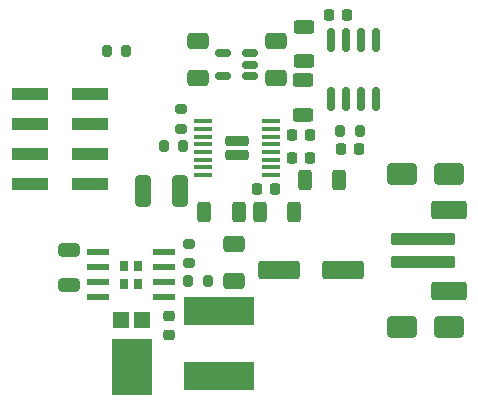
<source format=gtp>
G04 #@! TF.GenerationSoftware,KiCad,Pcbnew,(7.0.0)*
G04 #@! TF.CreationDate,2023-04-27T00:17:56+08:00*
G04 #@! TF.ProjectId,DRV-24to12-BrushedMotorDriver,4452562d-3234-4746-9f31-322d42727573,rev?*
G04 #@! TF.SameCoordinates,Original*
G04 #@! TF.FileFunction,Paste,Top*
G04 #@! TF.FilePolarity,Positive*
%FSLAX46Y46*%
G04 Gerber Fmt 4.6, Leading zero omitted, Abs format (unit mm)*
G04 Created by KiCad (PCBNEW (7.0.0)) date 2023-04-27 00:17:56*
%MOMM*%
%LPD*%
G01*
G04 APERTURE LIST*
G04 Aperture macros list*
%AMRoundRect*
0 Rectangle with rounded corners*
0 $1 Rounding radius*
0 $2 $3 $4 $5 $6 $7 $8 $9 X,Y pos of 4 corners*
0 Add a 4 corners polygon primitive as box body*
4,1,4,$2,$3,$4,$5,$6,$7,$8,$9,$2,$3,0*
0 Add four circle primitives for the rounded corners*
1,1,$1+$1,$2,$3*
1,1,$1+$1,$4,$5*
1,1,$1+$1,$6,$7*
1,1,$1+$1,$8,$9*
0 Add four rect primitives between the rounded corners*
20,1,$1+$1,$2,$3,$4,$5,0*
20,1,$1+$1,$4,$5,$6,$7,0*
20,1,$1+$1,$6,$7,$8,$9,0*
20,1,$1+$1,$8,$9,$2,$3,0*%
G04 Aperture macros list end*
%ADD10R,3.150000X1.000000*%
%ADD11RoundRect,0.250000X-0.312500X-0.625000X0.312500X-0.625000X0.312500X0.625000X-0.312500X0.625000X0*%
%ADD12RoundRect,0.250000X0.625000X-0.312500X0.625000X0.312500X-0.625000X0.312500X-0.625000X-0.312500X0*%
%ADD13RoundRect,0.250000X-2.500000X0.250000X-2.500000X-0.250000X2.500000X-0.250000X2.500000X0.250000X0*%
%ADD14RoundRect,0.250000X-1.250000X0.550000X-1.250000X-0.550000X1.250000X-0.550000X1.250000X0.550000X0*%
%ADD15R,1.910000X0.610000*%
%ADD16R,0.723000X0.930000*%
%ADD17R,3.360000X4.860000*%
%ADD18R,1.390000X1.400000*%
%ADD19RoundRect,0.250000X-1.000000X-0.650000X1.000000X-0.650000X1.000000X0.650000X-1.000000X0.650000X0*%
%ADD20RoundRect,0.225000X0.225000X0.250000X-0.225000X0.250000X-0.225000X-0.250000X0.225000X-0.250000X0*%
%ADD21RoundRect,0.200000X-0.200000X-0.275000X0.200000X-0.275000X0.200000X0.275000X-0.200000X0.275000X0*%
%ADD22RoundRect,0.200000X0.200000X0.275000X-0.200000X0.275000X-0.200000X-0.275000X0.200000X-0.275000X0*%
%ADD23RoundRect,0.150000X0.512500X0.150000X-0.512500X0.150000X-0.512500X-0.150000X0.512500X-0.150000X0*%
%ADD24RoundRect,0.250000X-0.650000X0.412500X-0.650000X-0.412500X0.650000X-0.412500X0.650000X0.412500X0*%
%ADD25RoundRect,0.200000X-0.275000X0.200000X-0.275000X-0.200000X0.275000X-0.200000X0.275000X0.200000X0*%
%ADD26RoundRect,0.250000X0.400000X1.075000X-0.400000X1.075000X-0.400000X-1.075000X0.400000X-1.075000X0*%
%ADD27RoundRect,0.200000X0.275000X-0.200000X0.275000X0.200000X-0.275000X0.200000X-0.275000X-0.200000X0*%
%ADD28R,5.900000X2.450000*%
%ADD29RoundRect,0.150000X0.150000X-0.825000X0.150000X0.825000X-0.150000X0.825000X-0.150000X-0.825000X0*%
%ADD30RoundRect,0.225000X-0.225000X-0.250000X0.225000X-0.250000X0.225000X0.250000X-0.225000X0.250000X0*%
%ADD31RoundRect,0.250000X1.500000X0.550000X-1.500000X0.550000X-1.500000X-0.550000X1.500000X-0.550000X0*%
%ADD32RoundRect,0.232500X-0.757500X-0.232500X0.757500X-0.232500X0.757500X0.232500X-0.757500X0.232500X0*%
%ADD33RoundRect,0.100000X-0.687500X-0.100000X0.687500X-0.100000X0.687500X0.100000X-0.687500X0.100000X0*%
%ADD34RoundRect,0.225000X-0.250000X0.225000X-0.250000X-0.225000X0.250000X-0.225000X0.250000X0.225000X0*%
%ADD35RoundRect,0.250000X0.650000X-0.325000X0.650000X0.325000X-0.650000X0.325000X-0.650000X-0.325000X0*%
G04 APERTURE END LIST*
D10*
X215545621Y-72195797D03*
X210495621Y-72195797D03*
X215545621Y-69655797D03*
X210495621Y-69655797D03*
X215545621Y-67115797D03*
X210495621Y-67115797D03*
X215545621Y-64575797D03*
X210495621Y-64575797D03*
D11*
X229931500Y-74549000D03*
X232856500Y-74549000D03*
D12*
X233680000Y-61787500D03*
X233680000Y-58862500D03*
D13*
X243745000Y-76835000D03*
X243745000Y-78835000D03*
D14*
X245995000Y-74435000D03*
X245995000Y-81235000D03*
D15*
X221810820Y-81785701D03*
X221810820Y-80515701D03*
X221810820Y-79245701D03*
X221810820Y-77975701D03*
X216250820Y-77975701D03*
X216250820Y-79245701D03*
X216250820Y-80515701D03*
X216250820Y-81785701D03*
D16*
X219633320Y-80655701D03*
X219633320Y-79105701D03*
X218428320Y-80655701D03*
X218428320Y-79105701D03*
D17*
X219094320Y-87659701D03*
D18*
X218174320Y-83677701D03*
X220014320Y-83677701D03*
D19*
X241999000Y-71374000D03*
X245999000Y-71374000D03*
D20*
X237376000Y-57912000D03*
X235826000Y-57912000D03*
D21*
X221806000Y-68961000D03*
X223456000Y-68961000D03*
D22*
X218630000Y-60960000D03*
X216980000Y-60960000D03*
D23*
X229138750Y-63033750D03*
X229138750Y-62083750D03*
X229138750Y-61133750D03*
X226863750Y-61133750D03*
X226863750Y-63033750D03*
D24*
X231308750Y-60079250D03*
X231308750Y-63204250D03*
D25*
X223266000Y-65850000D03*
X223266000Y-67500000D03*
D26*
X223191000Y-72771000D03*
X220091000Y-72771000D03*
D24*
X227761321Y-77302202D03*
X227761321Y-80427202D03*
D27*
X223951321Y-78914702D03*
X223951321Y-77264702D03*
D12*
X233586613Y-66354569D03*
X233586613Y-63429569D03*
D28*
X226491320Y-88484701D03*
X226491320Y-82934701D03*
D29*
X235966000Y-64959000D03*
X237236000Y-64959000D03*
X238506000Y-64959000D03*
X239776000Y-64959000D03*
X239776000Y-60009000D03*
X238506000Y-60009000D03*
X237236000Y-60009000D03*
X235966000Y-60009000D03*
D11*
X225232500Y-74549000D03*
X228157500Y-74549000D03*
D30*
X229730000Y-72644000D03*
X231280000Y-72644000D03*
D19*
X241967000Y-84328000D03*
X245967000Y-84328000D03*
D24*
X224704750Y-60079250D03*
X224704750Y-63204250D03*
D31*
X237015000Y-79502000D03*
X231615000Y-79502000D03*
D20*
X234201000Y-68072000D03*
X232651000Y-68072000D03*
D32*
X228032000Y-68580000D03*
X228032000Y-69740000D03*
D33*
X225169500Y-66885000D03*
X225169500Y-67535000D03*
X225169500Y-68185000D03*
X225169500Y-68835000D03*
X225169500Y-69485000D03*
X225169500Y-70135000D03*
X225169500Y-70785000D03*
X225169500Y-71435000D03*
X230894500Y-71435000D03*
X230894500Y-70785000D03*
X230894500Y-70135000D03*
X230894500Y-69485000D03*
X230894500Y-68835000D03*
X230894500Y-68185000D03*
X230894500Y-67535000D03*
X230894500Y-66885000D03*
D22*
X225538321Y-80375702D03*
X223888321Y-80375702D03*
D11*
X233741500Y-71882000D03*
X236666500Y-71882000D03*
D30*
X232651000Y-69977000D03*
X234201000Y-69977000D03*
D34*
X222300321Y-83410702D03*
X222300321Y-84960702D03*
D21*
X236779000Y-67691000D03*
X238429000Y-67691000D03*
D20*
X238392000Y-69215000D03*
X236842000Y-69215000D03*
D35*
X213791321Y-80707702D03*
X213791321Y-77757702D03*
M02*

</source>
